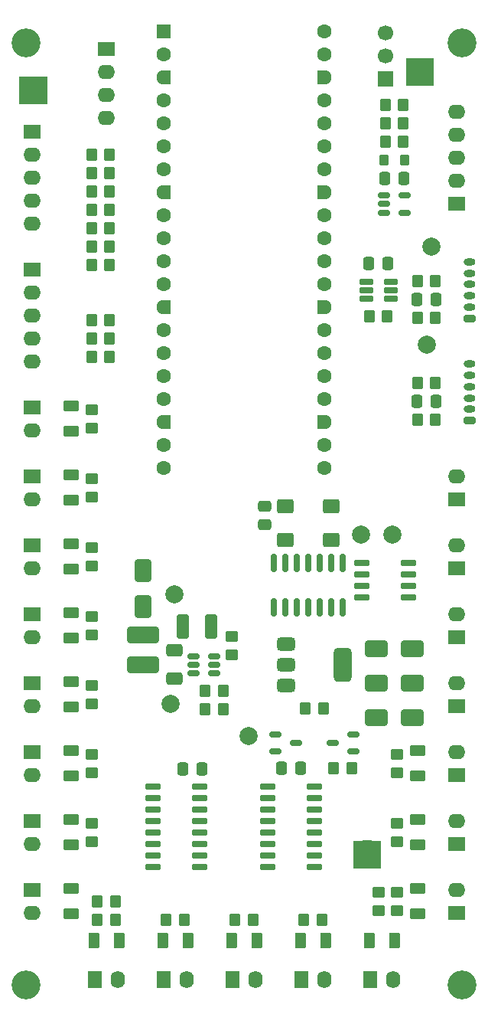
<source format=gts>
%TF.GenerationSoftware,KiCad,Pcbnew,9.0.6-9.0.6~ubuntu24.04.1*%
%TF.CreationDate,2025-12-28T11:28:19-08:00*%
%TF.ProjectId,Pico-ButtonBoard-v1,5069636f-2d42-4757-9474-6f6e426f6172,1*%
%TF.SameCoordinates,Original*%
%TF.FileFunction,Soldermask,Top*%
%TF.FilePolarity,Negative*%
%FSLAX46Y46*%
G04 Gerber Fmt 4.6, Leading zero omitted, Abs format (unit mm)*
G04 Created by KiCad (PCBNEW 9.0.6-9.0.6~ubuntu24.04.1) date 2025-12-28 11:28:19*
%MOMM*%
%LPD*%
G01*
G04 APERTURE LIST*
G04 Aperture macros list*
%AMRoundRect*
0 Rectangle with rounded corners*
0 $1 Rounding radius*
0 $2 $3 $4 $5 $6 $7 $8 $9 X,Y pos of 4 corners*
0 Add a 4 corners polygon primitive as box body*
4,1,4,$2,$3,$4,$5,$6,$7,$8,$9,$2,$3,0*
0 Add four circle primitives for the rounded corners*
1,1,$1+$1,$2,$3*
1,1,$1+$1,$4,$5*
1,1,$1+$1,$6,$7*
1,1,$1+$1,$8,$9*
0 Add four rect primitives between the rounded corners*
20,1,$1+$1,$2,$3,$4,$5,0*
20,1,$1+$1,$4,$5,$6,$7,0*
20,1,$1+$1,$6,$7,$8,$9,0*
20,1,$1+$1,$8,$9,$2,$3,0*%
%AMFreePoly0*
4,1,37,0.603843,0.796157,0.639018,0.796157,0.711114,0.766294,0.766294,0.711114,0.796157,0.639018,0.796157,0.603843,0.800000,0.600000,0.800000,-0.600000,0.796157,-0.603843,0.796157,-0.639018,0.766294,-0.711114,0.711114,-0.766294,0.639018,-0.796157,0.603843,-0.796157,0.600000,-0.800000,0.000000,-0.800000,0.000000,-0.796148,-0.078414,-0.796148,-0.232228,-0.765552,-0.377117,-0.705537,
-0.507515,-0.618408,-0.618408,-0.507515,-0.705537,-0.377117,-0.765552,-0.232228,-0.796148,-0.078414,-0.796148,0.078414,-0.765552,0.232228,-0.705537,0.377117,-0.618408,0.507515,-0.507515,0.618408,-0.377117,0.705537,-0.232228,0.765552,-0.078414,0.796148,0.000000,0.796148,0.000000,0.800000,0.600000,0.800000,0.603843,0.796157,0.603843,0.796157,$1*%
%AMFreePoly1*
4,1,37,0.000000,0.796148,0.078414,0.796148,0.232228,0.765552,0.377117,0.705537,0.507515,0.618408,0.618408,0.507515,0.705537,0.377117,0.765552,0.232228,0.796148,0.078414,0.796148,-0.078414,0.765552,-0.232228,0.705537,-0.377117,0.618408,-0.507515,0.507515,-0.618408,0.377117,-0.705537,0.232228,-0.765552,0.078414,-0.796148,0.000000,-0.796148,0.000000,-0.800000,-0.600000,-0.800000,
-0.603843,-0.796157,-0.639018,-0.796157,-0.711114,-0.766294,-0.766294,-0.711114,-0.796157,-0.639018,-0.796157,-0.603843,-0.800000,-0.600000,-0.800000,0.600000,-0.796157,0.603843,-0.796157,0.639018,-0.766294,0.711114,-0.711114,0.766294,-0.639018,0.796157,-0.603843,0.796157,-0.600000,0.800000,0.000000,0.800000,0.000000,0.796148,0.000000,0.796148,$1*%
G04 Aperture macros list end*
%ADD10C,0.100000*%
%ADD11R,1.600200X1.905000*%
%ADD12O,1.600200X1.905000*%
%ADD13RoundRect,0.250000X-0.350000X-0.450000X0.350000X-0.450000X0.350000X0.450000X-0.350000X0.450000X0*%
%ADD14RoundRect,0.250000X0.625000X-0.375000X0.625000X0.375000X-0.625000X0.375000X-0.625000X-0.375000X0*%
%ADD15RoundRect,0.150000X-0.150000X0.825000X-0.150000X-0.825000X0.150000X-0.825000X0.150000X0.825000X0*%
%ADD16RoundRect,0.250000X-1.000000X-0.650000X1.000000X-0.650000X1.000000X0.650000X-1.000000X0.650000X0*%
%ADD17RoundRect,0.250000X-0.625000X0.375000X-0.625000X-0.375000X0.625000X-0.375000X0.625000X0.375000X0*%
%ADD18RoundRect,0.250000X0.375000X0.625000X-0.375000X0.625000X-0.375000X-0.625000X0.375000X-0.625000X0*%
%ADD19R,1.905000X1.600200*%
%ADD20O,1.905000X1.600200*%
%ADD21RoundRect,0.250000X0.350000X0.450000X-0.350000X0.450000X-0.350000X-0.450000X0.350000X-0.450000X0*%
%ADD22C,2.000000*%
%ADD23RoundRect,0.250000X-0.337500X-0.475000X0.337500X-0.475000X0.337500X0.475000X-0.337500X0.475000X0*%
%ADD24RoundRect,0.250000X0.275000X0.350000X-0.275000X0.350000X-0.275000X-0.350000X0.275000X-0.350000X0*%
%ADD25RoundRect,0.250000X-0.450000X0.350000X-0.450000X-0.350000X0.450000X-0.350000X0.450000X0.350000X0*%
%ADD26RoundRect,0.250000X-0.650000X1.000000X-0.650000X-1.000000X0.650000X-1.000000X0.650000X1.000000X0*%
%ADD27RoundRect,0.150000X-0.512500X-0.150000X0.512500X-0.150000X0.512500X0.150000X-0.512500X0.150000X0*%
%ADD28RoundRect,0.250000X0.450000X-0.350000X0.450000X0.350000X-0.450000X0.350000X-0.450000X-0.350000X0*%
%ADD29RoundRect,0.200000X-0.600000X-0.600000X0.600000X-0.600000X0.600000X0.600000X-0.600000X0.600000X0*%
%ADD30C,1.600000*%
%ADD31FreePoly0,0.000000*%
%ADD32FreePoly1,0.000000*%
%ADD33RoundRect,0.250000X0.337500X0.475000X-0.337500X0.475000X-0.337500X-0.475000X0.337500X-0.475000X0*%
%ADD34R,1.700000X1.700000*%
%ADD35C,1.700000*%
%ADD36C,3.200000*%
%ADD37C,3.124000*%
%ADD38RoundRect,0.200000X0.450000X-0.200000X0.450000X0.200000X-0.450000X0.200000X-0.450000X-0.200000X0*%
%ADD39O,1.300000X0.800000*%
%ADD40RoundRect,0.162500X0.617500X0.162500X-0.617500X0.162500X-0.617500X-0.162500X0.617500X-0.162500X0*%
%ADD41RoundRect,0.240000X0.660000X0.560000X-0.660000X0.560000X-0.660000X-0.560000X0.660000X-0.560000X0*%
%ADD42RoundRect,0.150000X-0.725000X-0.150000X0.725000X-0.150000X0.725000X0.150000X-0.725000X0.150000X0*%
%ADD43RoundRect,0.250000X-0.412500X-1.100000X0.412500X-1.100000X0.412500X1.100000X-0.412500X1.100000X0*%
%ADD44RoundRect,0.276000X1.474000X-0.644000X1.474000X0.644000X-1.474000X0.644000X-1.474000X-0.644000X0*%
%ADD45RoundRect,0.150000X0.512500X0.150000X-0.512500X0.150000X-0.512500X-0.150000X0.512500X-0.150000X0*%
%ADD46RoundRect,0.250000X0.475000X-0.337500X0.475000X0.337500X-0.475000X0.337500X-0.475000X-0.337500X0*%
%ADD47RoundRect,0.375000X-0.625000X-0.375000X0.625000X-0.375000X0.625000X0.375000X-0.625000X0.375000X0*%
%ADD48RoundRect,0.500000X-0.500000X-1.400000X0.500000X-1.400000X0.500000X1.400000X-0.500000X1.400000X0*%
%ADD49RoundRect,0.250000X0.650000X-0.412500X0.650000X0.412500X-0.650000X0.412500X-0.650000X-0.412500X0*%
G04 APERTURE END LIST*
D10*
%TO.C,FID2*%
X224766000Y-77700000D02*
X221766000Y-77700000D01*
X221766000Y-74700000D01*
X224766000Y-74700000D01*
X224766000Y-77700000D01*
G36*
X224766000Y-77700000D02*
G01*
X221766000Y-77700000D01*
X221766000Y-74700000D01*
X224766000Y-74700000D01*
X224766000Y-77700000D01*
G37*
%TO.C,FID3*%
X218924000Y-164187000D02*
X215924000Y-164187000D01*
X215924000Y-161187000D01*
X218924000Y-161187000D01*
X218924000Y-164187000D01*
G36*
X218924000Y-164187000D02*
G01*
X215924000Y-164187000D01*
X215924000Y-161187000D01*
X218924000Y-161187000D01*
X218924000Y-164187000D01*
G37*
%TO.C,FID1*%
X181967000Y-79732000D02*
X178967000Y-79732000D01*
X178967000Y-76732000D01*
X181967000Y-76732000D01*
X181967000Y-79732000D01*
G36*
X181967000Y-79732000D02*
G01*
X178967000Y-79732000D01*
X178967000Y-76732000D01*
X181967000Y-76732000D01*
X181967000Y-79732000D01*
G37*
%TD*%
D11*
%TO.C,J15*%
X210185000Y-176530000D03*
D12*
X212725000Y-176530000D03*
%TD*%
D13*
%TO.C,R31*%
X219472000Y-81915000D03*
X221472000Y-81915000D03*
%TD*%
D14*
%TO.C,D2*%
X184658000Y-123574000D03*
X184658000Y-120774000D03*
%TD*%
D15*
%TO.C,U5*%
X214757000Y-130472500D03*
X213487000Y-130472500D03*
X212217000Y-130472500D03*
X210947000Y-130472500D03*
X209677000Y-130472500D03*
X208407000Y-130472500D03*
X207137000Y-130472500D03*
X207137000Y-135422500D03*
X208407000Y-135422500D03*
X209677000Y-135422500D03*
X210947000Y-135422500D03*
X212217000Y-135422500D03*
X213487000Y-135422500D03*
X214757000Y-135422500D03*
%TD*%
D16*
%TO.C,D18*%
X218472000Y-147574000D03*
X222472000Y-147574000D03*
%TD*%
D17*
%TO.C,D21*%
X223083590Y-166488311D03*
X223083590Y-169288311D03*
%TD*%
D18*
%TO.C,D12*%
X205235000Y-172212000D03*
X202435000Y-172212000D03*
%TD*%
D19*
%TO.C,J21*%
X227330000Y-138667820D03*
D20*
X227330000Y-136127820D03*
%TD*%
D21*
%TO.C,R15*%
X188960000Y-103632000D03*
X186960000Y-103632000D03*
%TD*%
D22*
%TO.C,TP1*%
X195707000Y-146050000D03*
%TD*%
%TO.C,TP4*%
X216789000Y-127381000D03*
%TD*%
D23*
%TO.C,C8*%
X222990500Y-101346000D03*
X225065500Y-101346000D03*
%TD*%
D19*
%TO.C,J6*%
X180411590Y-136138311D03*
D20*
X180411590Y-138678311D03*
%TD*%
D24*
%TO.C,L2*%
X221622000Y-85979000D03*
X219322000Y-85979000D03*
%TD*%
D16*
%TO.C,D17*%
X218472000Y-143764000D03*
X222472000Y-143764000D03*
%TD*%
D25*
%TO.C,R33*%
X220797590Y-151648311D03*
X220797590Y-153648311D03*
%TD*%
D21*
%TO.C,R24*%
X204835000Y-169926000D03*
X202835000Y-169926000D03*
%TD*%
D26*
%TO.C,D10*%
X192659000Y-131350000D03*
X192659000Y-135350000D03*
%TD*%
D27*
%TO.C,U9*%
X219331770Y-89863311D03*
X219331770Y-90813311D03*
X219331770Y-91763311D03*
X221606770Y-91763311D03*
X221606770Y-89863311D03*
%TD*%
D28*
%TO.C,R2*%
X186944000Y-123174000D03*
X186944000Y-121174000D03*
%TD*%
D29*
%TO.C,A1*%
X194945000Y-71755000D03*
D30*
X194945000Y-74295000D03*
D31*
X194945000Y-76835000D03*
D30*
X194945000Y-79375000D03*
X194945000Y-81915000D03*
X194945000Y-84455000D03*
X194945000Y-86995000D03*
D31*
X194945000Y-89535000D03*
D30*
X194945000Y-92075000D03*
X194945000Y-94615000D03*
X194945000Y-97155000D03*
X194945000Y-99695000D03*
D31*
X194945000Y-102235000D03*
D30*
X194945000Y-104775000D03*
X194945000Y-107315000D03*
X194945000Y-109855000D03*
X194945000Y-112395000D03*
D31*
X194945000Y-114935000D03*
D30*
X194945000Y-117475000D03*
X194945000Y-120015000D03*
X212725000Y-120015000D03*
X212725000Y-117475000D03*
D32*
X212725000Y-114935000D03*
D30*
X212725000Y-112395000D03*
X212725000Y-109855000D03*
X212725000Y-107315000D03*
X212725000Y-104775000D03*
D32*
X212725000Y-102235000D03*
D30*
X212725000Y-99695000D03*
X212725000Y-97155000D03*
X212725000Y-94615000D03*
X212725000Y-92075000D03*
D32*
X212725000Y-89535000D03*
D30*
X212725000Y-86995000D03*
X212725000Y-84455000D03*
X212725000Y-81915000D03*
X212725000Y-79375000D03*
D32*
X212725000Y-76835000D03*
D30*
X212725000Y-74295000D03*
X212725000Y-71755000D03*
%TD*%
D21*
%TO.C,R21*%
X201533000Y-144602200D03*
X199533000Y-144602200D03*
%TD*%
D33*
%TO.C,C5*%
X210052500Y-153206000D03*
X207977500Y-153206000D03*
%TD*%
D22*
%TO.C,TP6*%
X224536000Y-95504000D03*
%TD*%
D19*
%TO.C,J8*%
X180411590Y-151378311D03*
D20*
X180411590Y-153918311D03*
%TD*%
D17*
%TO.C,D20*%
X223083590Y-158868311D03*
X223083590Y-161668311D03*
%TD*%
D14*
%TO.C,D4*%
X184658000Y-138814000D03*
X184658000Y-136014000D03*
%TD*%
D13*
%TO.C,R39*%
X223028000Y-114681000D03*
X225028000Y-114681000D03*
%TD*%
D34*
%TO.C,J17*%
X219456000Y-76962000D03*
D35*
X219456000Y-74422000D03*
X219456000Y-71882000D03*
%TD*%
D21*
%TO.C,R25*%
X212455000Y-169926000D03*
X210455000Y-169926000D03*
%TD*%
D19*
%TO.C,J3*%
X180411590Y-113278311D03*
D20*
X180411590Y-115818311D03*
%TD*%
D36*
%TO.C,H2*%
X179705000Y-177165000D03*
%TD*%
D19*
%TO.C,J2*%
X180411590Y-98038311D03*
D20*
X180411590Y-100578311D03*
X180411590Y-103118311D03*
X180411590Y-105658311D03*
X180411590Y-108198311D03*
%TD*%
D23*
%TO.C,C9*%
X222990500Y-112649000D03*
X225065500Y-112649000D03*
%TD*%
D19*
%TO.C,J7*%
X180411590Y-143758311D03*
D20*
X180411590Y-146298311D03*
%TD*%
D37*
%TO.C,FID2*%
X223266000Y-76200000D03*
%TD*%
D13*
%TO.C,R38*%
X223028000Y-110617000D03*
X225028000Y-110617000D03*
%TD*%
%TO.C,R30*%
X219472000Y-79883000D03*
X221472000Y-79883000D03*
%TD*%
D21*
%TO.C,R17*%
X188960000Y-107696000D03*
X186960000Y-107696000D03*
%TD*%
D19*
%TO.C,J23*%
X227330000Y-153907820D03*
D20*
X227330000Y-151367820D03*
%TD*%
D17*
%TO.C,D19*%
X223083590Y-151248311D03*
X223083590Y-154048311D03*
%TD*%
D22*
%TO.C,TP2*%
X196088000Y-133985000D03*
%TD*%
D38*
%TO.C,J27*%
X228801000Y-114748000D03*
D39*
X228801000Y-113498000D03*
X228801000Y-112248000D03*
X228801000Y-110998000D03*
X228801000Y-109748000D03*
X228801000Y-108498000D03*
%TD*%
D19*
%TO.C,J22*%
X227330000Y-146287820D03*
D20*
X227330000Y-143747820D03*
%TD*%
D11*
%TO.C,J13*%
X194945000Y-176530000D03*
D12*
X197485000Y-176530000D03*
%TD*%
D22*
%TO.C,TP5*%
X220218000Y-127381000D03*
%TD*%
D40*
%TO.C,U7*%
X220044000Y-101280000D03*
X220044000Y-100330000D03*
X220044000Y-99380000D03*
X217344000Y-99380000D03*
X217344000Y-100330000D03*
X217344000Y-101280000D03*
%TD*%
D18*
%TO.C,D15*%
X220475000Y-172212000D03*
X217675000Y-172212000D03*
%TD*%
D36*
%TO.C,H4*%
X227965000Y-177165000D03*
%TD*%
D11*
%TO.C,J11*%
X187325000Y-176530000D03*
D12*
X189865000Y-176530000D03*
%TD*%
D21*
%TO.C,R14*%
X188960000Y-97536000D03*
X186960000Y-97536000D03*
%TD*%
D22*
%TO.C,TP7*%
X224028000Y-106349800D03*
%TD*%
D19*
%TO.C,J24*%
X227330000Y-161527820D03*
D20*
X227330000Y-158987820D03*
%TD*%
D25*
%TO.C,R34*%
X220797590Y-159268311D03*
X220797590Y-161268311D03*
%TD*%
D18*
%TO.C,D14*%
X212855000Y-172212000D03*
X210055000Y-172212000D03*
%TD*%
D27*
%TO.C,D13*%
X207269500Y-149418000D03*
X207269500Y-151318000D03*
X209544500Y-150368000D03*
%TD*%
D19*
%TO.C,J19*%
X227330000Y-123427820D03*
D20*
X227330000Y-120887820D03*
%TD*%
D41*
%TO.C,U4*%
X213487000Y-124189500D03*
X208407000Y-124189500D03*
X208407000Y-127989500D03*
X213487000Y-127989500D03*
%TD*%
D19*
%TO.C,J5*%
X180411590Y-128518311D03*
D20*
X180411590Y-131058311D03*
%TD*%
D28*
%TO.C,R4*%
X186944000Y-138414000D03*
X186944000Y-136414000D03*
%TD*%
D11*
%TO.C,J14*%
X202565000Y-176530000D03*
D12*
X205105000Y-176530000D03*
%TD*%
D42*
%TO.C,U8*%
X216881000Y-130458300D03*
X216881000Y-131728300D03*
X216881000Y-132998300D03*
X216881000Y-134268300D03*
X222031000Y-134268300D03*
X222031000Y-132998300D03*
X222031000Y-131728300D03*
X222031000Y-130458300D03*
%TD*%
D21*
%TO.C,R18*%
X189595000Y-167894000D03*
X187595000Y-167894000D03*
%TD*%
D13*
%TO.C,R10*%
X186960000Y-89408000D03*
X188960000Y-89408000D03*
%TD*%
D18*
%TO.C,D11*%
X197615000Y-172212000D03*
X194815000Y-172212000D03*
%TD*%
D21*
%TO.C,R16*%
X188960000Y-105664000D03*
X186960000Y-105664000D03*
%TD*%
D38*
%TO.C,J26*%
X228801000Y-103455000D03*
D39*
X228801000Y-102205000D03*
X228801000Y-100955000D03*
X228801000Y-99705000D03*
X228801000Y-98455000D03*
X228801000Y-97205000D03*
%TD*%
D28*
%TO.C,R7*%
X186944000Y-161274000D03*
X186944000Y-159274000D03*
%TD*%
D21*
%TO.C,R28*%
X219694000Y-103251000D03*
X217694000Y-103251000D03*
%TD*%
D19*
%TO.C,J4*%
X180411590Y-120898311D03*
D20*
X180411590Y-123438311D03*
%TD*%
D13*
%TO.C,R8*%
X186960000Y-85344000D03*
X188960000Y-85344000D03*
%TD*%
D19*
%TO.C,J10*%
X180340000Y-166607820D03*
D20*
X180340000Y-169147820D03*
%TD*%
D43*
%TO.C,C3*%
X197065500Y-137541000D03*
X200190500Y-137541000D03*
%TD*%
D44*
%TO.C,L1*%
X192659000Y-141751000D03*
X192659000Y-138411000D03*
%TD*%
D45*
%TO.C,Q1*%
X215894500Y-151318000D03*
X215894500Y-149418000D03*
X213619500Y-150368000D03*
%TD*%
D21*
%TO.C,R20*%
X197215000Y-169926000D03*
X195215000Y-169926000D03*
%TD*%
D42*
%TO.C,U3*%
X206467000Y-155194000D03*
X206467000Y-156464000D03*
X206467000Y-157734000D03*
X206467000Y-159004000D03*
X206467000Y-160274000D03*
X206467000Y-161544000D03*
X206467000Y-162814000D03*
X206467000Y-164084000D03*
X211617000Y-164084000D03*
X211617000Y-162814000D03*
X211617000Y-161544000D03*
X211617000Y-160274000D03*
X211617000Y-159004000D03*
X211617000Y-157734000D03*
X211617000Y-156464000D03*
X211617000Y-155194000D03*
%TD*%
D19*
%TO.C,J1*%
X180411590Y-82798311D03*
D20*
X180411590Y-85338311D03*
X180411590Y-87878311D03*
X180411590Y-90418311D03*
X180411590Y-92958311D03*
%TD*%
D23*
%TO.C,C6*%
X217656500Y-97409000D03*
X219731500Y-97409000D03*
%TD*%
D14*
%TO.C,D6*%
X184658000Y-154054000D03*
X184658000Y-151254000D03*
%TD*%
D27*
%TO.C,U2*%
X198252500Y-140782000D03*
X198252500Y-141732000D03*
X198252500Y-142682000D03*
X200527500Y-142682000D03*
X200527500Y-141732000D03*
X200527500Y-140782000D03*
%TD*%
D42*
%TO.C,U1*%
X193767000Y-155194000D03*
X193767000Y-156464000D03*
X193767000Y-157734000D03*
X193767000Y-159004000D03*
X193767000Y-160274000D03*
X193767000Y-161544000D03*
X193767000Y-162814000D03*
X193767000Y-164084000D03*
X198917000Y-164084000D03*
X198917000Y-162814000D03*
X198917000Y-161544000D03*
X198917000Y-160274000D03*
X198917000Y-159004000D03*
X198917000Y-157734000D03*
X198917000Y-156464000D03*
X198917000Y-155194000D03*
%TD*%
D33*
%TO.C,C2*%
X199157500Y-153289000D03*
X197082500Y-153289000D03*
%TD*%
D14*
%TO.C,D8*%
X184658000Y-169294000D03*
X184658000Y-166494000D03*
%TD*%
D25*
%TO.C,R29*%
X218765590Y-166888311D03*
X218765590Y-168888311D03*
%TD*%
D23*
%TO.C,C7*%
X219434500Y-88011000D03*
X221509500Y-88011000D03*
%TD*%
D21*
%TO.C,R12*%
X188960000Y-93472000D03*
X186960000Y-93472000D03*
%TD*%
D46*
%TO.C,C4*%
X206121000Y-126259500D03*
X206121000Y-124184500D03*
%TD*%
D47*
%TO.C,U6*%
X208457000Y-139432000D03*
X208457000Y-141732000D03*
D48*
X214757000Y-141732000D03*
D47*
X208457000Y-144032000D03*
%TD*%
D16*
%TO.C,D16*%
X218472000Y-139954000D03*
X222472000Y-139954000D03*
%TD*%
D37*
%TO.C,FID3*%
X217424000Y-162687000D03*
%TD*%
D28*
%TO.C,R1*%
X186944000Y-115554000D03*
X186944000Y-113554000D03*
%TD*%
D21*
%TO.C,R11*%
X188960000Y-91440000D03*
X186960000Y-91440000D03*
%TD*%
D11*
%TO.C,J16*%
X217805000Y-176530000D03*
D12*
X220345000Y-176530000D03*
%TD*%
D21*
%TO.C,R9*%
X188960000Y-87376000D03*
X186960000Y-87376000D03*
%TD*%
D28*
%TO.C,R5*%
X186944000Y-146034000D03*
X186944000Y-144034000D03*
%TD*%
D19*
%TO.C,J20*%
X227330000Y-131047820D03*
D20*
X227330000Y-128507820D03*
%TD*%
D21*
%TO.C,R22*%
X201533000Y-146634200D03*
X199533000Y-146634200D03*
%TD*%
D19*
%TO.C,J9*%
X180340000Y-158987820D03*
D20*
X180340000Y-161527820D03*
%TD*%
D28*
%TO.C,R6*%
X186944000Y-153654000D03*
X186944000Y-151654000D03*
%TD*%
D49*
%TO.C,C1*%
X196088000Y-143294500D03*
X196088000Y-140169500D03*
%TD*%
D36*
%TO.C,H3*%
X227965000Y-73025000D03*
%TD*%
D21*
%TO.C,R13*%
X188960000Y-95504000D03*
X186960000Y-95504000D03*
%TD*%
D37*
%TO.C,FID1*%
X180467000Y-78232000D03*
%TD*%
D18*
%TO.C,D9*%
X189995000Y-172212000D03*
X187195000Y-172212000D03*
%TD*%
D19*
%TO.C,J12*%
X188595000Y-73660000D03*
D20*
X188595000Y-76200000D03*
X188595000Y-78740000D03*
X188595000Y-81280000D03*
%TD*%
D28*
%TO.C,R3*%
X186944000Y-130794000D03*
X186944000Y-128794000D03*
%TD*%
D21*
%TO.C,R19*%
X189595000Y-169926000D03*
X187595000Y-169926000D03*
%TD*%
D14*
%TO.C,D5*%
X184658000Y-146434000D03*
X184658000Y-143634000D03*
%TD*%
D28*
%TO.C,R23*%
X202488800Y-140649200D03*
X202488800Y-138649200D03*
%TD*%
D14*
%TO.C,D7*%
X184658000Y-161674000D03*
X184658000Y-158874000D03*
%TD*%
D22*
%TO.C,TP3*%
X204343000Y-149606000D03*
%TD*%
D19*
%TO.C,J18*%
X227330000Y-90805000D03*
D20*
X227330000Y-88265000D03*
X227330000Y-85725000D03*
X227330000Y-83185000D03*
X227330000Y-80645000D03*
%TD*%
D13*
%TO.C,R36*%
X223028000Y-99314000D03*
X225028000Y-99314000D03*
%TD*%
D25*
%TO.C,R35*%
X220797590Y-166888311D03*
X220797590Y-168888311D03*
%TD*%
D14*
%TO.C,D1*%
X184658000Y-115954000D03*
X184658000Y-113154000D03*
%TD*%
%TO.C,D3*%
X184658000Y-131194000D03*
X184658000Y-128394000D03*
%TD*%
D13*
%TO.C,R32*%
X219472000Y-83947000D03*
X221472000Y-83947000D03*
%TD*%
D36*
%TO.C,H1*%
X179705000Y-73025000D03*
%TD*%
D13*
%TO.C,R26*%
X210607000Y-146558000D03*
X212607000Y-146558000D03*
%TD*%
D19*
%TO.C,J25*%
X227330000Y-169147820D03*
D20*
X227330000Y-166607820D03*
%TD*%
D13*
%TO.C,R37*%
X223028000Y-103378000D03*
X225028000Y-103378000D03*
%TD*%
D21*
%TO.C,R27*%
X215757000Y-153187400D03*
X213757000Y-153187400D03*
%TD*%
M02*

</source>
